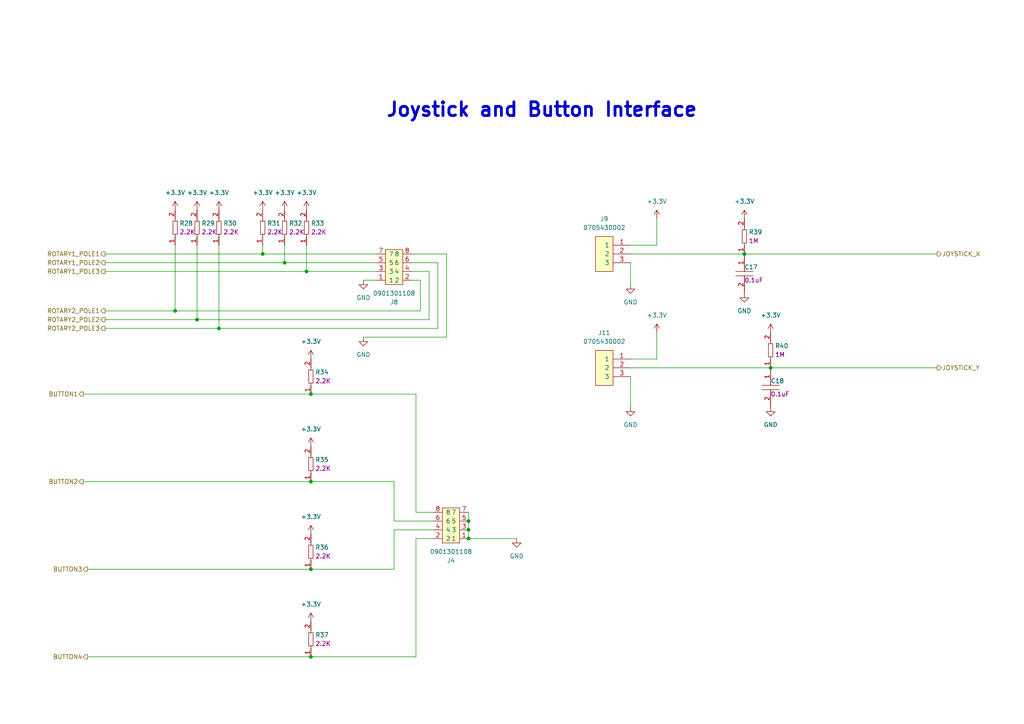
<source format=kicad_sch>
(kicad_sch (version 20231120) (generator "eeschema") (generator_version "8.0")
  (paper "A4")
  (lib_symbols
    (symbol "AVR-KiCAD-Lib-Capacitors:C0402C104K9PACTU" (pin_names (offset 1.016))
      (property "Reference" "C" (at -2.54 2.54 0))
      (property "_Value_" "0.1uF" (at 58.42 63.5 0))
      (symbol "C0402C104K9PACTU_1_1"
        (polyline (pts (xy 0 2.54) (xy 0 -2.54)))
        (polyline (pts (xy 1.27 2.54) (xy 1.27 -2.54)))
        (pin input line (at -5.08 0 0) (length 5.08) (name "~") (number "1"))
        (pin input line (at 6.35 0 180) (length 5.08) (name "~") (number "2"))
      )
    )
    (symbol "AVR-KiCAD-Lib-Connectors:0705430002" (pin_names (offset 1.016))
      (property "Reference" "J" (at -2.54 2.54 0))
      (property "Value" "0705430002" (at 1.27 5.08 0))
      (symbol "0705430002_0_1"
        (rectangle (start 0 0) (end 5.08 -10.16) (fill (type background)))
      )
      (symbol "0705430002_1_1"
        (pin passive line (at -5.08 -2.54 0) (length 5.08) (name "1") (number "1"))
        (pin passive line (at -5.08 -5.08 0) (length 5.08) (name "2") (number "2"))
        (pin passive line (at -5.08 -7.62 0) (length 5.08) (name "3") (number "3"))
      )
    )
    (symbol "AVR-KiCAD-Lib-Connectors:0901301108" (pin_names (offset 1.016))
      (property "Reference" "J" (at 0.508 11.176 0))
      (property "Value" "0901301108" (at 5.842 -1.016 0))
      (symbol "0901301108_1_1"
        (rectangle (start 0 10.16) (end 5.08 0) (fill (type background)))
        (pin passive line (at -2.54 8.89 0) (length 2.54) (name "1") (number "1"))
        (pin passive line (at 7.62 8.89 180) (length 2.54) (name "2") (number "2"))
        (pin passive line (at -2.54 6.35 0) (length 2.54) (name "3") (number "3"))
        (pin passive line (at 7.62 6.35 180) (length 2.54) (name "4") (number "4"))
        (pin passive line (at -2.54 3.81 0) (length 2.54) (name "5") (number "5"))
        (pin passive line (at 7.62 3.81 180) (length 2.54) (name "6") (number "6"))
        (pin passive line (at -2.54 1.27 0) (length 2.54) (name "7") (number "7"))
        (pin passive line (at 7.62 1.27 180) (length 2.54) (name "8") (number "8"))
      )
    )
    (symbol "AVR-KiCAD-Lib-Resistors:RC0402FR-072K2L" (pin_names (offset 1.016))
      (property "Reference" "R" (at -2.54 2.54 0))
      (property "Value" "RC0402FR-072K2L" (at 1.27 5.08 0))
      (property "_Value_" "2.2K" (at 58.42 63.5 0))
      (symbol "RC0402FR-072K2L_0_1"
        (rectangle (start -1.905 0.635) (end 1.905 -0.635))
        (polyline (pts (xy -2.54 0) (xy -1.905 0)))
        (polyline (pts (xy -1.905 0) (xy -1.905 0)))
        (polyline (pts (xy 1.905 0) (xy 1.905 0)))
        (polyline (pts (xy 2.54 0) (xy 1.905 0)))
      )
      (symbol "RC0402FR-072K2L_1_1"
        (pin passive line (at -5.08 0 0) (length 2.5146) (name "~") (number "1"))
        (pin passive line (at 5.08 0 180) (length 2.5146) (name "~") (number "2"))
      )
    )
    (symbol "AVR-KiCAD-Lib-Resistors:RT0603BRD071ML" (pin_names (offset 1.016))
      (property "Reference" "R" (at -2.54 2.54 0))
      (property "Value" "RT0603BRD071ML" (at 1.27 5.08 0))
      (property "_Value_" "1M" (at 58.42 63.5 0))
      (symbol "RT0603BRD071ML_0_1"
        (rectangle (start -1.905 0.635) (end 1.905 -0.635))
        (polyline (pts (xy -2.54 0) (xy -1.905 0)))
        (polyline (pts (xy -1.905 0) (xy -1.905 0)))
        (polyline (pts (xy 1.905 0) (xy 1.905 0)))
        (polyline (pts (xy 2.54 0) (xy 1.905 0)))
      )
      (symbol "RT0603BRD071ML_1_1"
        (pin passive line (at -5.08 0 0) (length 2.5146) (name "~") (number "1"))
        (pin passive line (at 5.08 0 180) (length 2.5146) (name "~") (number "2"))
      )
    )
    (symbol "power:+3.3V" (power) (pin_names (offset 0))
      (property "Value" "+3.3V" (at 0 3.556 0))
      (symbol "+3.3V_0_1"
        (polyline (pts (xy -0.762 1.27) (xy 0 2.54)))
        (polyline (pts (xy 0 0) (xy 0 2.54)))
        (polyline (pts (xy 0 2.54) (xy 0.762 1.27)))
      )
      (symbol "+3.3V_1_1"
        (pin power_in line (at 0 0 90) (length 0) hide (name "+3.3V") (number "1"))
      )
    )
    (symbol "power:GND" (power) (pin_names (offset 0))
      (property "Value" "GND" (at 0 -3.81 0))
      (symbol "GND_0_1"
        (polyline (pts (xy 0 0) (xy 0 -1.27) (xy 1.27 -1.27) (xy 0 -2.54) (xy -1.27 -1.27) (xy 0 -1.27)))
      )
      (symbol "GND_1_1"
        (pin power_in line (at 0 0 270) (length 0) hide (name "GND") (number "1"))
      )
    )
  )
  (junction (at 215.9 73.66))
  (junction (at 135.89 156.21))
  (junction (at 135.89 151.13))
  (junction (at 135.89 153.67))
  (junction (at 90.17 190.5))
  (junction (at 90.17 139.7))
  (junction (at 88.9 78.74))
  (junction (at 223.52 106.68))
  (junction (at 57.15 92.71))
  (junction (at 76.2 73.66))
  (junction (at 82.55 76.2))
  (junction (at 63.5 95.25))
  (junction (at 50.8 90.17))
  (junction (at 90.17 114.3))
  (junction (at 90.17 165.1))
  (wire (pts (xy 121.92 81.28) (xy 121.92 90.17)))
  (wire (pts (xy 120.65 148.59) (xy 125.73 148.59)))
  (wire (pts (xy 63.5 95.25) (xy 127 95.25)))
  (wire (pts (xy 120.65 156.21) (xy 125.73 156.21)))
  (wire (pts (xy 88.9 71.12) (xy 88.9 78.74)))
  (wire (pts (xy 114.3 153.67) (xy 125.73 153.67)))
  (wire (pts (xy 135.89 153.67) (xy 135.89 156.21)))
  (wire (pts (xy 114.3 151.13) (xy 125.73 151.13)))
  (wire (pts (xy 30.48 90.17) (xy 50.8 90.17)))
  (wire (pts (xy 90.17 190.5) (xy 120.65 190.5)))
  (wire (pts (xy 82.55 76.2) (xy 109.22 76.2)))
  (wire (pts (xy 105.41 97.79) (xy 129.54 97.79)))
  (wire (pts (xy 182.88 109.22) (xy 182.88 118.11)))
  (wire (pts (xy 57.15 92.71) (xy 124.46 92.71)))
  (wire (pts (xy 90.17 165.1) (xy 114.3 165.1)))
  (wire (pts (xy 190.5 71.12) (xy 182.88 71.12)))
  (wire (pts (xy 24.13 114.3) (xy 90.17 114.3)))
  (wire (pts (xy 63.5 71.12) (xy 63.5 95.25)))
  (wire (pts (xy 190.5 96.52) (xy 190.5 104.14)))
  (wire (pts (xy 76.2 71.12) (xy 76.2 73.66)))
  (wire (pts (xy 30.48 76.2) (xy 82.55 76.2)))
  (wire (pts (xy 76.2 73.66) (xy 109.22 73.66)))
  (wire (pts (xy 24.13 139.7) (xy 90.17 139.7)))
  (wire (pts (xy 82.55 71.12) (xy 82.55 76.2)))
  (wire (pts (xy 271.78 73.66) (xy 215.9 73.66)))
  (wire (pts (xy 190.5 63.5) (xy 190.5 71.12)))
  (wire (pts (xy 190.5 104.14) (xy 182.88 104.14)))
  (wire (pts (xy 135.89 156.21) (xy 149.86 156.21)))
  (wire (pts (xy 114.3 165.1) (xy 114.3 153.67)))
  (wire (pts (xy 57.15 71.12) (xy 57.15 92.71)))
  (wire (pts (xy 50.8 71.12) (xy 50.8 90.17)))
  (wire (pts (xy 30.48 73.66) (xy 76.2 73.66)))
  (wire (pts (xy 182.88 106.68) (xy 223.52 106.68)))
  (wire (pts (xy 120.65 190.5) (xy 120.65 156.21)))
  (wire (pts (xy 30.48 92.71) (xy 57.15 92.71)))
  (wire (pts (xy 30.48 78.74) (xy 88.9 78.74)))
  (wire (pts (xy 215.9 73.66) (xy 182.88 73.66)))
  (wire (pts (xy 135.89 148.59) (xy 135.89 151.13)))
  (wire (pts (xy 135.89 151.13) (xy 135.89 153.67)))
  (wire (pts (xy 25.4 165.1) (xy 90.17 165.1)))
  (wire (pts (xy 88.9 78.74) (xy 109.22 78.74)))
  (wire (pts (xy 25.4 190.5) (xy 90.17 190.5)))
  (wire (pts (xy 121.92 81.28) (xy 119.38 81.28)))
  (wire (pts (xy 129.54 97.79) (xy 129.54 73.66)))
  (wire (pts (xy 124.46 92.71) (xy 124.46 78.74)))
  (wire (pts (xy 120.65 114.3) (xy 120.65 148.59)))
  (wire (pts (xy 30.48 95.25) (xy 63.5 95.25)))
  (wire (pts (xy 182.88 76.2) (xy 182.88 82.55)))
  (wire (pts (xy 129.54 73.66) (xy 119.38 73.66)))
  (wire (pts (xy 127 95.25) (xy 127 76.2)))
  (wire (pts (xy 127 76.2) (xy 119.38 76.2)))
  (wire (pts (xy 50.8 90.17) (xy 121.92 90.17)))
  (wire (pts (xy 90.17 114.3) (xy 120.65 114.3)))
  (wire (pts (xy 114.3 139.7) (xy 114.3 151.13)))
  (wire (pts (xy 271.78 106.68) (xy 223.52 106.68)))
  (wire (pts (xy 124.46 78.74) (xy 119.38 78.74)))
  (wire (pts (xy 105.41 81.28) (xy 109.22 81.28)))
  (wire (pts (xy 90.17 139.7) (xy 114.3 139.7)))
  (text "Joystick and Button Interface" (at 111.76 34.29 0) (effects (font (size 4 4) (thickness 0.8) (bold yes)) (justify left bottom)))
  (hierarchical_label "ROTARY2_POLE3" (shape output) (at 30.48 95.25 180))
  (hierarchical_label "ROTARY2_POLE1" (shape output) (at 30.48 90.17 180))
  (hierarchical_label "ROTARY1_POLE3" (shape output) (at 30.48 78.74 180))
  (hierarchical_label "BUTTON3" (shape output) (at 25.4 165.1 180))
  (hierarchical_label "BUTTON2" (shape output) (at 24.13 139.7 180))
  (hierarchical_label "JOYSTICK_X" (shape output) (at 271.78 73.66 0))
  (hierarchical_label "ROTARY1_POLE2" (shape output) (at 30.48 76.2 180))
  (hierarchical_label "ROTARY1_POLE1" (shape output) (at 30.48 73.66 180))
  (hierarchical_label "JOYSTICK_Y" (shape output) (at 271.78 106.68 0))
  (hierarchical_label "BUTTON1" (shape output) (at 24.13 114.3 180))
  (hierarchical_label "ROTARY2_POLE2" (shape output) (at 30.48 92.71 180))
  (hierarchical_label "BUTTON4" (shape output) (at 25.4 190.5 180))
  (symbol (lib_id "AVR-KiCAD-Lib-Resistors:RC0402FR-072K2L") (at 76.2 66.04 90) (unit 1)
    (property "Reference" "R31" (at 77.47 64.7699 90) (effects (justify right)))
    (property "Value" "RC0402FR-072K2L" (effects (hide yes)))
    (property "Footprint" "AVR-KiCAD-Lib-Resistors:R0402" (effects (hide yes)))
    (property "Datasheet" "https://www.yageo.com/upload/media/product/products/datasheet/rchip/PYu-RC_Group_51_RoHS_L_12.pdf" (effects (hide yes)))
    (property "Description" "2.2 kOhms ±1% 0.063W, 1/16W Chip Resistor 0402 (1005 Metric) Moisture Resistant Thick Film" (effects (hide yes)))
    (property "Cost QTY: 1" "0.10000" (effects (hide yes)))
    (property "Cost QTY: 1000" "0.00417" (effects (hide yes)))
    (property "Cost QTY: 2500" "*" (effects (hide yes)))
    (property "Cost QTY: 5000" "0.00297" (effects (hide yes)))
    (property "Cost QTY: 10000" "0.00261" (effects (hide yes)))
    (property "MFR" "YAGEO" (effects (hide yes)))
    (property "MFR#" "RC0402FR-072K2L" (effects (hide yes)))
    (property "Vendor" "Digikey" (effects (hide yes)))
    (property "Vendor #" "311-2.20KLRTR-ND" (effects (hide yes)))
    (property "Designer" "Adam Vadala-Roth" (effects (hide yes)))
    (property "Height" "0.55mm" (effects (hide yes)))
    (property "Date Created" "3/8/2024" (effects (hide yes)))
    (property "Date Modified" "3/8/2024" (effects (hide yes)))
    (property "Lead-Free ?" "Yes" (effects (hide yes)))
    (property "RoHS Levels" "1" (effects (hide yes)))
    (property "Mounting" "SMT" (effects (hide yes)))
    (property "Pin Count #" "2" (effects (hide yes)))
    (property "Status" "Active" (effects (hide yes)))
    (property "Tolerance" "1%" (effects (hide yes)))
    (property "Type" "Resistor" (effects (hide yes)))
    (property "Voltage" "N/A" (effects (hide yes)))
    (property "Package" "0402" (effects (hide yes)))
    (property "_Value_" "2.2K" (at 77.47 67.3099 90) (effects (justify right)))
    (property "Management_ID" "*" (effects (hide yes)))
  )
  (symbol (lib_id "power:+3.3V") (at 50.8 60.96 0) (mirror y) (unit 1)
    (property "Reference" "#PWR048" (effects (hide yes)))
    (property "Value" "+3.3V" (at 50.8 55.88 0))
  )
  (symbol (lib_id "power:+3.3V") (at 82.55 60.96 0) (mirror y) (unit 1)
    (property "Reference" "#PWR052" (effects (hide yes)))
    (property "Value" "+3.3V" (at 82.55 55.88 0))
  )
  (symbol (lib_id "power:GND") (at 182.88 118.11 0) (mirror y) (unit 1)
    (property "Reference" "#PWR063" (effects (hide yes)))
    (property "Value" "GND" (at 182.88 123.19 0))
  )
  (symbol (lib_id "power:+3.3V") (at 215.9 63.5 0) (mirror y) (unit 1)
    (property "Reference" "#PWR073" (effects (hide yes)))
    (property "Value" "+3.3V" (at 215.9 58.42 0))
  )
  (symbol (lib_id "power:GND") (at 149.86 156.21 0) (mirror y) (unit 1)
    (property "Reference" "#PWR021" (effects (hide yes)))
    (property "Value" "GND" (at 149.86 161.29 0))
  )
  (symbol (lib_id "power:GND") (at 223.52 118.11 0) (mirror y) (unit 1)
    (property "Reference" "#PWR028" (effects (hide yes)))
    (property "Value" "GND" (at 223.52 123.19 0))
  )
  (symbol (lib_id "AVR-KiCAD-Lib-Resistors:RT0603BRD071ML") (at 215.9 68.58 90) (unit 1)
    (property "Reference" "R39" (at 217.17 67.3099 90) (effects (justify right)))
    (property "Value" "RT0603BRD071ML" (effects (hide yes)))
    (property "Footprint" "AVR-KiCAD-Lib-Resistors:R0603" (effects (hide yes)))
    (property "Datasheet" "https://www.yageo.com/upload/media/product/app/datasheet/rchip/pyu-rt_1-to-0.01_rohs_l.pdf" (effects (hide yes)))
    (property "Description" "RES SMD 1M OHM 0.1% 1/10W 0603" (effects (hide yes)))
    (property "Cost QTY: 1" "0.13000" (effects (hide yes)))
    (property "Cost QTY: 1000" "0.04943" (effects (hide yes)))
    (property "Cost QTY: 2500" "*" (effects (hide yes)))
    (property "Cost QTY: 5000" "0.03679" (effects (hide yes)))
    (property "Cost QTY: 10000" "0.03224" (effects (hide yes)))
    (property "MFR" "YAGEO" (effects (hide yes)))
    (property "MFR#" "RT0603BRD071ML" (effects (hide yes)))
    (property "Vendor" "Digikey" (effects (hide yes)))
    (property "Vendor #" "YAG4498TR-ND" (effects (hide yes)))
    (property "Designer" "Adam Vadala-Roth" (effects (hide yes)))
    (property "Height" "0.55mm" (effects (hide yes)))
    (property "Date Created" "3/8/2024" (effects (hide yes)))
    (property "Date Modified" "3/8/2024" (effects (hide yes)))
    (property "Lead-Free ?" "Yes" (effects (hide yes)))
    (property "RoHS Levels" "1" (effects (hide yes)))
    (property "Mounting" "SMT" (effects (hide yes)))
    (property "Pin Count #" "2" (effects (hide yes)))
    (property "Status" "Active" (effects (hide yes)))
    (property "Tolerance" "1%" (effects (hide yes)))
    (property "Type" "Resistor" (effects (hide yes)))
    (property "Voltage" "N/A" (effects (hide yes)))
    (property "Package" "0603" (effects (hide yes)))
    (property "_Value_" "1M" (at 217.17 69.8499 90) (effects (justify right)))
    (property "Management_ID" "*" (effects (hide yes)))
  )
  (symbol (lib_id "AVR-KiCAD-Lib-Resistors:RC0402FR-072K2L") (at 82.55 66.04 90) (unit 1)
    (property "Reference" "R32" (at 83.82 64.7699 90) (effects (justify right)))
    (property "Value" "RC0402FR-072K2L" (effects (hide yes)))
    (property "Footprint" "AVR-KiCAD-Lib-Resistors:R0402" (effects (hide yes)))
    (property "Datasheet" "https://www.yageo.com/upload/media/product/products/datasheet/rchip/PYu-RC_Group_51_RoHS_L_12.pdf" (effects (hide yes)))
    (property "Description" "2.2 kOhms ±1% 0.063W, 1/16W Chip Resistor 0402 (1005 Metric) Moisture Resistant Thick Film" (effects (hide yes)))
    (property "Cost QTY: 1" "0.10000" (effects (hide yes)))
    (property "Cost QTY: 1000" "0.00417" (effects (hide yes)))
    (property "Cost QTY: 2500" "*" (effects (hide yes)))
    (property "Cost QTY: 5000" "0.00297" (effects (hide yes)))
    (property "Cost QTY: 10000" "0.00261" (effects (hide yes)))
    (property "MFR" "YAGEO" (effects (hide yes)))
    (property "MFR#" "RC0402FR-072K2L" (effects (hide yes)))
    (property "Vendor" "Digikey" (effects (hide yes)))
    (property "Vendor #" "311-2.20KLRTR-ND" (effects (hide yes)))
    (property "Designer" "Adam Vadala-Roth" (effects (hide yes)))
    (property "Height" "0.55mm" (effects (hide yes)))
    (property "Date Created" "3/8/2024" (effects (hide yes)))
    (property "Date Modified" "3/8/2024" (effects (hide yes)))
    (property "Lead-Free ?" "Yes" (effects (hide yes)))
    (property "RoHS Levels" "1" (effects (hide yes)))
    (property "Mounting" "SMT" (effects (hide yes)))
    (property "Pin Count #" "2" (effects (hide yes)))
    (property "Status" "Active" (effects (hide yes)))
    (property "Tolerance" "1%" (effects (hide yes)))
    (property "Type" "Resistor" (effects (hide yes)))
    (property "Voltage" "N/A" (effects (hide yes)))
    (property "Package" "0402" (effects (hide yes)))
    (property "_Value_" "2.2K" (at 83.82 67.3099 90) (effects (justify right)))
    (property "Management_ID" "*" (effects (hide yes)))
  )
  (symbol (lib_id "power:+3.3V") (at 90.17 104.14 0) (mirror y) (unit 1)
    (property "Reference" "#PWR054" (effects (hide yes)))
    (property "Value" "+3.3V" (at 90.17 99.06 0))
  )
  (symbol (lib_id "AVR-KiCAD-Lib-Resistors:RC0402FR-072K2L") (at 90.17 185.42 90) (unit 1)
    (property "Reference" "R37" (at 91.44 184.1499 90) (effects (justify right)))
    (property "Value" "RC0402FR-072K2L" (effects (hide yes)))
    (property "Footprint" "AVR-KiCAD-Lib-Resistors:R0402" (effects (hide yes)))
    (property "Datasheet" "https://www.yageo.com/upload/media/product/products/datasheet/rchip/PYu-RC_Group_51_RoHS_L_12.pdf" (effects (hide yes)))
    (property "Description" "2.2 kOhms ±1% 0.063W, 1/16W Chip Resistor 0402 (1005 Metric) Moisture Resistant Thick Film" (effects (hide yes)))
    (property "Cost QTY: 1" "0.10000" (effects (hide yes)))
    (property "Cost QTY: 1000" "0.00417" (effects (hide yes)))
    (property "Cost QTY: 2500" "*" (effects (hide yes)))
    (property "Cost QTY: 5000" "0.00297" (effects (hide yes)))
    (property "Cost QTY: 10000" "0.00261" (effects (hide yes)))
    (property "MFR" "YAGEO" (effects (hide yes)))
    (property "MFR#" "RC0402FR-072K2L" (effects (hide yes)))
    (property "Vendor" "Digikey" (effects (hide yes)))
    (property "Vendor #" "311-2.20KLRTR-ND" (effects (hide yes)))
    (property "Designer" "Adam Vadala-Roth" (effects (hide yes)))
    (property "Height" "0.55mm" (effects (hide yes)))
    (property "Date Created" "3/8/2024" (effects (hide yes)))
    (property "Date Modified" "3/8/2024" (effects (hide yes)))
    (property "Lead-Free ?" "Yes" (effects (hide yes)))
    (property "RoHS Levels" "1" (effects (hide yes)))
    (property "Mounting" "SMT" (effects (hide yes)))
    (property "Pin Count #" "2" (effects (hide yes)))
    (property "Status" "Active" (effects (hide yes)))
    (property "Tolerance" "1%" (effects (hide yes)))
    (property "Type" "Resistor" (effects (hide yes)))
    (property "Voltage" "N/A" (effects (hide yes)))
    (property "Package" "0402" (effects (hide yes)))
    (property "_Value_" "2.2K" (at 91.44 186.6899 90) (effects (justify right)))
    (property "Management_ID" "*" (effects (hide yes)))
  )
  (symbol (lib_id "power:GND") (at 105.41 97.79 0) (mirror y) (unit 1)
    (property "Reference" "#PWR059" (effects (hide yes)))
    (property "Value" "GND" (at 105.41 102.87 0))
  )
  (symbol (lib_id "power:+3.3V") (at 190.5 96.52 0) (mirror y) (unit 1)
    (property "Reference" "#PWR062" (effects (hide yes)))
    (property "Value" "+3.3V" (at 190.5 91.44 0))
  )
  (symbol (lib_id "AVR-KiCAD-Lib-Connectors:0901301108") (at 133.35 147.32 180) (unit 1)
    (property "Reference" "J4" (at 130.81 162.56 0))
    (property "Value" "0901301108" (at 130.81 160.02 0))
    (property "Footprint" "AVR-KiCAD-Lib-Connectors:CON_901301108_MOL" (effects (hide yes)))
    (property "Datasheet" "https://www.molex.com/content/dam/molex/molex-dot-com/products/automated/en-us/salesdrawingpdf/901/90130/901301108_sd.pdf?inline" (effects (hide yes)))
    (property "Description" "Connector Header Through Hole 8 position 0.100\" (2.54mm)" (effects (hide yes)))
    (property "Cost QTY: 1" "1.83000" (effects (hide yes)))
    (property "Cost QTY: 1000" "1.01505" (effects (hide yes)))
    (property "Cost QTY: 2500" "*" (effects (hide yes)))
    (property "Cost QTY: 5000" "0.90001" (effects (hide yes)))
    (property "Cost QTY: 10000" "0.87971" (effects (hide yes)))
    (property "MFR" "Molex" (effects (hide yes)))
    (property "MFR#" "0901301108" (effects (hide yes)))
    (property "Vendor" "Digikey" (effects (hide yes)))
    (property "Vendor #" "WM8234-ND" (effects (hide yes)))
    (property "Designer" "Adam Vadala-Roth" (effects (hide yes)))
    (property "Height" "10.90mm" (effects (hide yes)))
    (property "Date Created" "8/12/2024" (effects (hide yes)))
    (property "Date Modified" "8/12/2024" (effects (hide yes)))
    (property "Lead-Free ?" "Yes" (effects (hide yes)))
    (property "RoHS Levels" "1" (effects (hide yes)))
    (property "Mounting" "ThroughHole" (effects (hide yes)))
    (property "Pin Count #" "8" (effects (hide yes)))
    (property "Status" "Active" (effects (hide yes)))
    (property "Tolerance" "*" (effects (hide yes)))
    (property "Type" "Connector" (effects (hide yes)))
    (property "Voltage" "*" (effects (hide yes)))
    (property "Package" "*" (effects (hide yes)))
    (property "_Value_" "0901301108" (effects (hide yes)))
    (property "Management_ID" "*" (effects (hide yes)))
  )
  (symbol (lib_id "AVR-KiCAD-Lib-Resistors:RC0402FR-072K2L") (at 57.15 66.04 90) (unit 1)
    (property "Reference" "R29" (at 58.42 64.7699 90) (effects (justify right)))
    (property "Value" "RC0402FR-072K2L" (effects (hide yes)))
    (property "Footprint" "AVR-KiCAD-Lib-Resistors:R0402" (effects (hide yes)))
    (property "Datasheet" "https://www.yageo.com/upload/media/product/products/datasheet/rchip/PYu-RC_Group_51_RoHS_L_12.pdf" (effects (hide yes)))
    (property "Description" "2.2 kOhms ±1% 0.063W, 1/16W Chip Resistor 0402 (1005 Metric) Moisture Resistant Thick Film" (effects (hide yes)))
    (property "Cost QTY: 1" "0.10000" (effects (hide yes)))
    (property "Cost QTY: 1000" "0.00417" (effects (hide yes)))
    (property "Cost QTY: 2500" "*" (effects (hide yes)))
    (property "Cost QTY: 5000" "0.00297" (effects (hide yes)))
    (property "Cost QTY: 10000" "0.00261" (effects (hide yes)))
    (property "MFR" "YAGEO" (effects (hide yes)))
    (property "MFR#" "RC0402FR-072K2L" (effects (hide yes)))
    (property "Vendor" "Digikey" (effects (hide yes)))
    (property "Vendor #" "311-2.20KLRTR-ND" (effects (hide yes)))
    (property "Designer" "Adam Vadala-Roth" (effects (hide yes)))
    (property "Height" "0.55mm" (effects (hide yes)))
    (property "Date Created" "3/8/2024" (effects (hide yes)))
    (property "Date Modified" "3/8/2024" (effects (hide yes)))
    (property "Lead-Free ?" "Yes" (effects (hide yes)))
    (property "RoHS Levels" "1" (effects (hide yes)))
    (property "Mounting" "SMT" (effects (hide yes)))
    (property "Pin Count #" "2" (effects (hide yes)))
    (property "Status" "Active" (effects (hide yes)))
    (property "Tolerance" "1%" (effects (hide yes)))
    (property "Type" "Resistor" (effects (hide yes)))
    (property "Voltage" "N/A" (effects (hide yes)))
    (property "Package" "0402" (effects (hide yes)))
    (property "_Value_" "2.2K" (at 58.42 67.3099 90) (effects (justify right)))
    (property "Management_ID" "*" (effects (hide yes)))
  )
  (symbol (lib_id "AVR-KiCAD-Lib-Resistors:RC0402FR-072K2L") (at 88.9 66.04 90) (unit 1)
    (property "Reference" "R33" (at 90.17 64.7699 90) (effects (justify right)))
    (property "Value" "RC0402FR-072K2L" (effects (hide yes)))
    (property "Footprint" "AVR-KiCAD-Lib-Resistors:R0402" (effects (hide yes)))
    (property "Datasheet" "https://www.yageo.com/upload/media/product/products/datasheet/rchip/PYu-RC_Group_51_RoHS_L_12.pdf" (effects (hide yes)))
    (property "Description" "2.2 kOhms ±1% 0.063W, 1/16W Chip Resistor 0402 (1005 Metric) Moisture Resistant Thick Film" (effects (hide yes)))
    (property "Cost QTY: 1" "0.10000" (effects (hide yes)))
    (property "Cost QTY: 1000" "0.00417" (effects (hide yes)))
    (property "Cost QTY: 2500" "*" (effects (hide yes)))
    (property "Cost QTY: 5000" "0.00297" (effects (hide yes)))
    (property "Cost QTY: 10000" "0.00261" (effects (hide yes)))
    (property "MFR" "YAGEO" (effects (hide yes)))
    (property "MFR#" "RC0402FR-072K2L" (effects (hide yes)))
    (property "Vendor" "Digikey" (effects (hide yes)))
    (property "Vendor #" "311-2.20KLRTR-ND" (effects (hide yes)))
    (property "Designer" "Adam Vadala-Roth" (effects (hide yes)))
    (property "Height" "0.55mm" (effects (hide yes)))
    (property "Date Created" "3/8/2024" (effects (hide yes)))
    (property "Date Modified" "3/8/2024" (effects (hide yes)))
    (property "Lead-Free ?" "Yes" (effects (hide yes)))
    (property "RoHS Levels" "1" (effects (hide yes)))
    (property "Mounting" "SMT" (effects (hide yes)))
    (property "Pin Count #" "2" (effects (hide yes)))
    (property "Status" "Active" (effects (hide yes)))
    (property "Tolerance" "1%" (effects (hide yes)))
    (property "Type" "Resistor" (effects (hide yes)))
    (property "Voltage" "N/A" (effects (hide yes)))
    (property "Package" "0402" (effects (hide yes)))
    (property "_Value_" "2.2K" (at 90.17 67.3099 90) (effects (justify right)))
    (property "Management_ID" "*" (effects (hide yes)))
  )
  (symbol (lib_id "power:GND") (at 105.41 81.28 0) (mirror y) (unit 1)
    (property "Reference" "#PWR058" (effects (hide yes)))
    (property "Value" "GND" (at 105.41 86.36 0))
  )
  (symbol (lib_id "power:+3.3V") (at 90.17 180.34 0) (mirror y) (unit 1)
    (property "Reference" "#PWR057" (effects (hide yes)))
    (property "Value" "+3.3V" (at 90.17 175.26 0))
  )
  (symbol (lib_id "AVR-KiCAD-Lib-Connectors:0901301108") (at 111.76 72.39 0) (mirror x) (unit 1)
    (property "Reference" "J8" (at 114.3 87.63 0))
    (property "Value" "0901301108" (at 114.3 85.09 0))
    (property "Footprint" "AVR-KiCAD-Lib-Connectors:CON_901301108_MOL" (effects (hide yes)))
    (property "Datasheet" "https://www.molex.com/content/dam/molex/molex-dot-com/products/automated/en-us/salesdrawingpdf/901/90130/901301108_sd.pdf?inline" (effects (hide yes)))
    (property "Description" "Connector Header Through Hole 8 position 0.100\" (2.54mm)" (effects (hide yes)))
    (property "Cost QTY: 1" "1.83000" (effects (hide yes)))
    (property "Cost QTY: 1000" "1.01505" (effects (hide yes)))
    (property "Cost QTY: 2500" "*" (effects (hide yes)))
    (property "Cost QTY: 5000" "0.90001" (effects (hide yes)))
    (property "Cost QTY: 10000" "0.87971" (effects (hide yes)))
    (property "MFR" "Molex" (effects (hide yes)))
    (property "MFR#" "0901301108" (effects (hide yes)))
    (property "Vendor" "Digikey" (effects (hide yes)))
    (property "Vendor #" "WM8234-ND" (effects (hide yes)))
    (property "Designer" "Adam Vadala-Roth" (effects (hide yes)))
    (property "Height" "10.90mm" (effects (hide yes)))
    (property "Date Created" "8/12/2024" (effects (hide yes)))
    (property "Date Modified" "8/12/2024" (effects (hide yes)))
    (property "Lead-Free ?" "Yes" (effects (hide yes)))
    (property "RoHS Levels" "1" (effects (hide yes)))
    (property "Mounting" "ThroughHole" (effects (hide yes)))
    (property "Pin Count #" "8" (effects (hide yes)))
    (property "Status" "Active" (effects (hide yes)))
    (property "Tolerance" "*" (effects (hide yes)))
    (property "Type" "Connector" (effects (hide yes)))
    (property "Voltage" "*" (effects (hide yes)))
    (property "Package" "*" (effects (hide yes)))
    (property "_Value_" "0901301108" (effects (hide yes)))
    (property "Management_ID" "*" (effects (hide yes)))
  )
  (symbol (lib_id "AVR-KiCAD-Lib-Capacitors:C0402C104K9PACTU") (at 223.52 111.76 270) (unit 1)
    (property "Reference" "C18" (at 223.52 110.49 90) (effects (justify left)))
    (property "Value" "C0402C104K9PACTU" (effects (hide yes)))
    (property "Footprint" "AVR-KiCAD-Lib-Resistors:R0402" (effects (hide yes)))
    (property "Datasheet" "https://content.kemet.com/datasheets/KEM_C1006_X5R_SMD.pdf" (effects (hide yes)))
    (property "Description" "0.1µF ±10% 6.3V Ceramic Capacitor X5R 0402 (1005 Metric)" (effects (hide yes)))
    (property "Cost QTY: 1" "0.10000" (effects (hide yes)))
    (property "Cost QTY: 1000" "0.01139" (effects (hide yes)))
    (property "Cost QTY: 2500" "0.01035" (effects (hide yes)))
    (property "Cost QTY: 5000" "0.00952" (effects (hide yes)))
    (property "Cost QTY: 10000" "0.00756" (effects (hide yes)))
    (property "MFR" "KEMET" (effects (hide yes)))
    (property "MFR#" "C0402C104K9PACTU" (effects (hide yes)))
    (property "Vendor" "Digikey" (effects (hide yes)))
    (property "Vendor #" "399-3026-6-ND" (effects (hide yes)))
    (property "Designer" "AVR" (effects (hide yes)))
    (property "Height" "0.55mm" (effects (hide yes)))
    (property "Date Created" "12/7/2019" (effects (hide yes)))
    (property "Date Modified" "12/7/2019" (effects (hide yes)))
    (property "Lead-Free ?" "Yes" (effects (hide yes)))
    (property "RoHS Levels" "1" (effects (hide yes)))
    (property "Mounting" "SMT" (effects (hide yes)))
    (property "Pin Count #" "2" (effects (hide yes)))
    (property "Status" "Active" (effects (hide yes)))
    (property "Tolerance" "10%" (effects (hide yes)))
    (property "Type" "Ceramic Cap" (effects (hide yes)))
    (property "Voltage" "6.3V" (effects (hide yes)))
    (property "Package" "0402" (effects (hide yes)))
    (property "_Value_" "0.1uF" (at 223.52 114.3 90) (effects (justify left)))
    (property "Management_ID" "*" (effects (hide yes)))
  )
  (symbol (lib_id "power:+3.3V") (at 90.17 129.54 0) (mirror y) (unit 1)
    (property "Reference" "#PWR055" (effects (hide yes)))
    (property "Value" "+3.3V" (at 90.17 124.46 0))
  )
  (symbol (lib_id "power:+3.3V") (at 88.9 60.96 0) (mirror y) (unit 1)
    (property "Reference" "#PWR053" (effects (hide yes)))
    (property "Value" "+3.3V" (at 88.9 55.88 0))
  )
  (symbol (lib_id "power:+3.3V") (at 223.52 96.52 0) (mirror y) (unit 1)
    (property "Reference" "#PWR074" (effects (hide yes)))
    (property "Value" "+3.3V" (at 223.52 91.44 0))
  )
  (symbol (lib_id "power:GND") (at 182.88 82.55 0) (mirror y) (unit 1)
    (property "Reference" "#PWR061" (effects (hide yes)))
    (property "Value" "GND" (at 182.88 87.63 0))
  )
  (symbol (lib_id "power:+3.3V") (at 76.2 60.96 0) (mirror y) (unit 1)
    (property "Reference" "#PWR051" (effects (hide yes)))
    (property "Value" "+3.3V" (at 76.2 55.88 0))
  )
  (symbol (lib_id "power:+3.3V") (at 63.5 60.96 0) (mirror y) (unit 1)
    (property "Reference" "#PWR050" (effects (hide yes)))
    (property "Value" "+3.3V" (at 63.5 55.88 0))
  )
  (symbol (lib_id "AVR-KiCAD-Lib-Resistors:RC0402FR-072K2L") (at 90.17 134.62 90) (unit 1)
    (property "Reference" "R35" (at 91.44 133.3499 90) (effects (justify right)))
    (property "Value" "RC0402FR-072K2L" (effects (hide yes)))
    (property "Footprint" "AVR-KiCAD-Lib-Resistors:R0402" (effects (hide yes)))
    (property "Datasheet" "https://www.yageo.com/upload/media/product/products/datasheet/rchip/PYu-RC_Group_51_RoHS_L_12.pdf" (effects (hide yes)))
    (property "Description" "2.2 kOhms ±1% 0.063W, 1/16W Chip Resistor 0402 (1005 Metric) Moisture Resistant Thick Film" (effects (hide yes)))
    (property "Cost QTY: 1" "0.10000" (effects (hide yes)))
    (property "Cost QTY: 1000" "0.00417" (effects (hide yes)))
    (property "Cost QTY: 2500" "*" (effects (hide yes)))
    (property "Cost QTY: 5000" "0.00297" (effects (hide yes)))
    (property "Cost QTY: 10000" "0.00261" (effects (hide yes)))
    (property "MFR" "YAGEO" (effects (hide yes)))
    (property "MFR#" "RC0402FR-072K2L" (effects (hide yes)))
    (property "Vendor" "Digikey" (effects (hide yes)))
    (property "Vendor #" "311-2.20KLRTR-ND" (effects (hide yes)))
    (property "Designer" "Adam Vadala-Roth" (effects (hide yes)))
    (property "Height" "0.55mm" (effects (hide yes)))
    (property "Date Created" "3/8/2024" (effects (hide yes)))
    (property "Date Modified" "3/8/2024" (effects (hide yes)))
    (property "Lead-Free ?" "Yes" (effects (hide yes)))
    (property "RoHS Levels" "1" (effects (hide yes)))
    (property "Mounting" "SMT" (effects (hide yes)))
    (property "Pin Count #" "2" (effects (hide yes)))
    (property "Status" "Active" (effects (hide yes)))
    (property "Tolerance" "1%" (effects (hide yes)))
    (property "Type" "Resistor" (effects (hide yes)))
    (property "Voltage" "N/A" (effects (hide yes)))
    (property "Package" "0402" (effects (hide yes)))
    (property "_Value_" "2.2K" (at 91.44 135.8899 90) (effects (justify right)))
    (property "Management_ID" "*" (effects (hide yes)))
  )
  (symbol (lib_id "AVR-KiCAD-Lib-Connectors:0705430002") (at 177.8 68.58 0) (mirror y) (unit 1)
    (property "Reference" "J9" (at 175.26 63.5 0))
    (property "Value" "0705430002" (at 175.26 66.04 0))
    (property "Footprint" "AVR-KiCAD-Lib-Connectors:Shrouded_Pin_Header_Straight_1x03_Pitch2.54mm" (effects (hide yes)))
    (property "Datasheet" "https://www.molex.com/pdm_docs/sd/705430001_sd.pdf" (effects (hide yes)))
    (property "Description" "Connector Header Through Hole 3 position 0.100\" (2.54mm)" (effects (hide yes)))
    (property "Cost QTY: 1" "0.92000" (effects (hide yes)))
    (property "Cost QTY: 1000" "0.50512" (effects (hide yes)))
    (property "Cost QTY: 2500" "*" (effects (hide yes)))
    (property "Cost QTY: 5000" "0.44198" (effects (hide yes)))
    (property "Cost QTY: 10000" "0.41988" (effects (hide yes)))
    (property "MFR" "Molex" (effects (hide yes)))
    (property "MFR#" "0705430002" (effects (hide yes)))
    (property "Vendor" "Digikey" (effects (hide yes)))
    (property "Vendor #" "WM4801-ND" (effects (hide yes)))
    (property "Designer" "AVR" (effects (hide yes)))
    (property "Height" "11.8mm" (effects (hide yes)))
    (property "Date Created" "6/16/2020" (effects (hide yes)))
    (property "Date Modified" "6/16/2020" (effects (hide yes)))
    (property "Lead-Free ?" "Yes" (effects (hide yes)))
    (property "RoHS Levels" "1" (effects (hide yes)))
    (property "Mounting" "ThroughHole" (effects (hide yes)))
    (property "Pin Count #" "3" (effects (hide yes)))
    (property "Status" "Active" (effects (hide yes)))
    (property "Tolerance" "*" (effects (hide yes)))
    (property "Type" "Shrouded Header" (effects (hide yes)))
    (property "Voltage" "250V" (effects (hide yes)))
    (property "Package" "*" (effects (hide yes)))
    (property "_Value_" "0705430002" (effects (hide yes)))
    (property "Management_ID" "*" (effects (hide yes)))
  )
  (symbol (lib_id "AVR-KiCAD-Lib-Resistors:RC0402FR-072K2L") (at 63.5 66.04 90) (unit 1)
    (property "Reference" "R30" (at 64.77 64.7699 90) (effects (justify right)))
    (property "Value" "RC0402FR-072K2L" (effects (hide yes)))
    (property "Footprint" "AVR-KiCAD-Lib-Resistors:R0402" (effects (hide yes)))
    (property "Datasheet" "https://www.yageo.com/upload/media/product/products/datasheet/rchip/PYu-RC_Group_51_RoHS_L_12.pdf" (effects (hide yes)))
    (property "Description" "2.2 kOhms ±1% 0.063W, 1/16W Chip Resistor 0402 (1005 Metric) Moisture Resistant Thick Film" (effects (hide yes)))
    (property "Cost QTY: 1" "0.10000" (effects (hide yes)))
    (property "Cost QTY: 1000" "0.00417" (effects (hide yes)))
    (property "Cost QTY: 2500" "*" (effects (hide yes)))
    (property "Cost QTY: 5000" "0.00297" (effects (hide yes)))
    (property "Cost QTY: 10000" "0.00261" (effects (hide yes)))
    (property "MFR" "YAGEO" (effects (hide yes)))
    (property "MFR#" "RC0402FR-072K2L" (effects (hide yes)))
    (property "Vendor" "Digikey" (effects (hide yes)))
    (property "Vendor #" "311-2.20KLRTR-ND" (effects (hide yes)))
    (property "Designer" "Adam Vadala-Roth" (effects (hide yes)))
    (property "Height" "0.55mm" (effects (hide yes)))
    (property "Date Created" "3/8/2024" (effects (hide yes)))
    (property "Date Modified" "3/8/2024" (effects (hide yes)))
    (property "Lead-Free ?" "Yes" (effects (hide yes)))
    (property "RoHS Levels" "1" (effects (hide yes)))
    (property "Mounting" "SMT" (effects (hide yes)))
    (property "Pin Count #" "2" (effects (hide yes)))
    (property "Status" "Active" (effects (hide yes)))
    (property "Tolerance" "1%" (effects (hide yes)))
    (property "Type" "Resistor" (effects (hide yes)))
    (property "Voltage" "N/A" (effects (hide yes)))
    (property "Package" "0402" (effects (hide yes)))
    (property "_Value_" "2.2K" (at 64.77 67.3099 90) (effects (justify right)))
    (property "Management_ID" "*" (effects (hide yes)))
  )
  (symbol (lib_id "power:+3.3V") (at 90.17 154.94 0) (mirror y) (unit 1)
    (property "Reference" "#PWR056" (effects (hide yes)))
    (property "Value" "+3.3V" (at 90.17 149.86 0))
  )
  (symbol (lib_id "AVR-KiCAD-Lib-Resistors:RC0402FR-072K2L") (at 50.8 66.04 90) (unit 1)
    (property "Reference" "R28" (at 52.07 64.7699 90) (effects (justify right)))
    (property "Value" "RC0402FR-072K2L" (effects (hide yes)))
    (property "Footprint" "AVR-KiCAD-Lib-Resistors:R0402" (effects (hide yes)))
    (property "Datasheet" "https://www.yageo.com/upload/media/product/products/datasheet/rchip/PYu-RC_Group_51_RoHS_L_12.pdf" (effects (hide yes)))
    (property "Description" "2.2 kOhms ±1% 0.063W, 1/16W Chip Resistor 0402 (1005 Metric) Moisture Resistant Thick Film" (effects (hide yes)))
    (property "Cost QTY: 1" "0.10000" (effects (hide yes)))
    (property "Cost QTY: 1000" "0.00417" (effects (hide yes)))
    (property "Cost QTY: 2500" "*" (effects (hide yes)))
    (property "Cost QTY: 5000" "0.00297" (effects (hide yes)))
    (property "Cost QTY: 10000" "0.00261" (effects (hide yes)))
    (property "MFR" "YAGEO" (effects (hide yes)))
    (property "MFR#" "RC0402FR-072K2L" (effects (hide yes)))
    (property "Vendor" "Digikey" (effects (hide yes)))
    (property "Vendor #" "311-2.20KLRTR-ND" (effects (hide yes)))
    (property "Designer" "Adam Vadala-Roth" (effects (hide yes)))
    (property "Height" "0.55mm" (effects (hide yes)))
    (property "Date Created" "3/8/2024" (effects (hide yes)))
    (property "Date Modified" "3/8/2024" (effects (hide yes)))
    (property "Lead-Free ?" "Yes" (effects (hide yes)))
    (property "RoHS Levels" "1" (effects (hide yes)))
    (property "Mounting" "SMT" (effects (hide yes)))
    (property "Pin Count #" "2" (effects (hide yes)))
    (property "Status" "Active" (effects (hide yes)))
    (property "Tolerance" "1%" (effects (hide yes)))
    (property "Type" "Resistor" (effects (hide yes)))
    (property "Voltage" "N/A" (effects (hide yes)))
    (property "Package" "0402" (effects (hide yes)))
    (property "_Value_" "2.2K" (at 52.07 67.3099 90) (effects (justify right)))
    (property "Management_ID" "*" (effects (hide yes)))
  )
  (symbol (lib_id "power:GND") (at 215.9 85.09 0) (mirror y) (unit 1)
    (property "Reference" "#PWR029" (effects (hide yes)))
    (property "Value" "GND" (at 215.9 90.17 0))
  )
  (symbol (lib_id "AVR-KiCAD-Lib-Resistors:RC0402FR-072K2L") (at 90.17 160.02 90) (unit 1)
    (property "Reference" "R36" (at 91.44 158.7499 90) (effects (justify right)))
    (property "Value" "RC0402FR-072K2L" (effects (hide yes)))
    (property "Footprint" "AVR-KiCAD-Lib-Resistors:R0402" (effects (hide yes)))
    (property "Datasheet" "https://www.yageo.com/upload/media/product/products/datasheet/rchip/PYu-RC_Group_51_RoHS_L_12.pdf" (effects (hide yes)))
    (property "Description" "2.2 kOhms ±1% 0.063W, 1/16W Chip Resistor 0402 (1005 Metric) Moisture Resistant Thick Film" (effects (hide yes)))
    (property "Cost QTY: 1" "0.10000" (effects (hide yes)))
    (property "Cost QTY: 1000" "0.00417" (effects (hide yes)))
    (property "Cost QTY: 2500" "*" (effects (hide yes)))
    (property "Cost QTY: 5000" "0.00297" (effects (hide yes)))
    (property "Cost QTY: 10000" "0.00261" (effects (hide yes)))
    (property "MFR" "YAGEO" (effects (hide yes)))
    (property "MFR#" "RC0402FR-072K2L" (effects (hide yes)))
    (property "Vendor" "Digikey" (effects (hide yes)))
    (property "Vendor #" "311-2.20KLRTR-ND" (effects (hide yes)))
    (property "Designer" "Adam Vadala-Roth" (effects (hide yes)))
    (property "Height" "0.55mm" (effects (hide yes)))
    (property "Date Created" "3/8/2024" (effects (hide yes)))
    (property "Date Modified" "3/8/2024" (effects (hide yes)))
    (property "Lead-Free ?" "Yes" (effects (hide yes)))
    (property "RoHS Levels" "1" (effects (hide yes)))
    (property "Mounting" "SMT" (effects (hide yes)))
    (property "Pin Count #" "2" (effects (hide yes)))
    (property "Status" "Active" (effects (hide yes)))
    (property "Tolerance" "1%" (effects (hide yes)))
    (property "Type" "Resistor" (effects (hide yes)))
    (property "Voltage" "N/A" (effects (hide yes)))
    (property "Package" "0402" (effects (hide yes)))
    (property "_Value_" "2.2K" (at 91.44 161.2899 90) (effects (justify right)))
    (property "Management_ID" "*" (effects (hide yes)))
  )
  (symbol (lib_id "AVR-KiCAD-Lib-Capacitors:C0402C104K9PACTU") (at 215.9 78.74 270) (unit 1)
    (property "Reference" "C17" (at 215.9 77.47 90) (effects (justify left)))
    (property "Value" "C0402C104K9PACTU" (effects (hide yes)))
    (property "Footprint" "AVR-KiCAD-Lib-Resistors:R0402" (effects (hide yes)))
    (property "Datasheet" "https://content.kemet.com/datasheets/KEM_C1006_X5R_SMD.pdf" (effects (hide yes)))
    (property "Description" "0.1µF ±10% 6.3V Ceramic Capacitor X5R 0402 (1005 Metric)" (effects (hide yes)))
    (property "Cost QTY: 1" "0.10000" (effects (hide yes)))
    (property "Cost QTY: 1000" "0.01139" (effects (hide yes)))
    (property "Cost QTY: 2500" "0.01035" (effects (hide yes)))
    (property "Cost QTY: 5000" "0.00952" (effects (hide yes)))
    (property "Cost QTY: 10000" "0.00756" (effects (hide yes)))
    (property "MFR" "KEMET" (effects (hide yes)))
    (property "MFR#" "C0402C104K9PACTU" (effects (hide yes)))
    (property "Vendor" "Digikey" (effects (hide yes)))
    (property "Vendor #" "399-3026-6-ND" (effects (hide yes)))
    (property "Designer" "AVR" (effects (hide yes)))
    (property "Height" "0.55mm" (effects (hide yes)))
    (property "Date Created" "12/7/2019" (effects (hide yes)))
    (property "Date Modified" "12/7/2019" (effects (hide yes)))
    (property "Lead-Free ?" "Yes" (effects (hide yes)))
    (property "RoHS Levels" "1" (effects (hide yes)))
    (property "Mounting" "SMT" (effects (hide yes)))
    (property "Pin Count #" "2" (effects (hide yes)))
    (property "Status" "Active" (effects (hide yes)))
    (property "Tolerance" "10%" (effects (hide yes)))
    (property "Type" "Ceramic Cap" (effects (hide yes)))
    (property "Voltage" "6.3V" (effects (hide yes)))
    (property "Package" "0402" (effects (hide yes)))
    (property "_Value_" "0.1uF" (at 215.9 81.28 90) (effects (justify left)))
    (property "Management_ID" "*" (effects (hide yes)))
  )
  (symbol (lib_id "power:+3.3V") (at 190.5 63.5 0) (mirror y) (unit 1)
    (property "Reference" "#PWR060" (effects (hide yes)))
    (property "Value" "+3.3V" (at 190.5 58.42 0))
  )
  (symbol (lib_id "AVR-KiCAD-Lib-Resistors:RT0603BRD071ML") (at 223.52 101.6 90) (unit 1)
    (property "Reference" "R40" (at 224.79 100.3299 90) (effects (justify right)))
    (property "Value" "RT0603BRD071ML" (effects (hide yes)))
    (property "Footprint" "AVR-KiCAD-Lib-Resistors:R0603" (effects (hide yes)))
    (property "Datasheet" "https://www.yageo.com/upload/media/product/app/datasheet/rchip/pyu-rt_1-to-0.01_rohs_l.pdf" (effects (hide yes)))
    (property "Description" "RES SMD 1M OHM 0.1% 1/10W 0603" (effects (hide yes)))
    (property "Cost QTY: 1" "0.13000" (effects (hide yes)))
    (property "Cost QTY: 1000" "0.04943" (effects (hide yes)))
    (property "Cost QTY: 2500" "*" (effects (hide yes)))
    (property "Cost QTY: 5000" "0.03679" (effects (hide yes)))
    (property "Cost QTY: 10000" "0.03224" (effects (hide yes)))
    (property "MFR" "YAGEO" (effects (hide yes)))
    (property "MFR#" "RT0603BRD071ML" (effects (hide yes)))
    (property "Vendor" "Digikey" (effects (hide yes)))
    (property "Vendor #" "YAG4498TR-ND" (effects (hide yes)))
    (property "Designer" "Adam Vadala-Roth" (effects (hide yes)))
    (property "Height" "0.55mm" (effects (hide yes)))
    (property "Date Created" "3/8/2024" (effects (hide yes)))
    (property "Date Modified" "3/8/2024" (effects (hide yes)))
    (property "Lead-Free ?" "Yes" (effects (hide yes)))
    (property "RoHS Levels" "1" (effects (hide yes)))
    (property "Mounting" "SMT" (effects (hide yes)))
    (property "Pin Count #" "2" (effects (hide yes)))
    (property "Status" "Active" (effects (hide yes)))
    (property "Tolerance" "1%" (effects (hide yes)))
    (property "Type" "Resistor" (effects (hide yes)))
    (property "Voltage" "N/A" (effects (hide yes)))
    (property "Package" "0603" (effects (hide yes)))
    (property "_Value_" "1M" (at 224.79 102.8699 90) (effects (justify right)))
    (property "Management_ID" "*" (effects (hide yes)))
  )
  (symbol (lib_id "AVR-KiCAD-Lib-Connectors:0705430002") (at 177.8 101.6 0) (mirror y) (unit 1)
    (property "Reference" "J11" (at 175.26 96.52 0))
    (property "Value" "0705430002" (at 175.26 99.06 0))
    (property "Footprint" "AVR-KiCAD-Lib-Connectors:Shrouded_Pin_Header_Straight_1x03_Pitch2.54mm" (effects (hide yes)))
    (property "Datasheet" "https://www.molex.com/pdm_docs/sd/705430001_sd.pdf" (effects (hide yes)))
    (property "Description" "Connector Header Through Hole 3 position 0.100\" (2.54mm)" (effects (hide yes)))
    (property "Cost QTY: 1" "0.92000" (effects (hide yes)))
    (property "Cost QTY: 1000" "0.50512" (effects (hide yes)))
    (property "Cost QTY: 2500" "*" (effects (hide yes)))
    (property "Cost QTY: 5000" "0.44198" (effects (hide yes)))
    (property "Cost QTY: 10000" "0.41988" (effects (hide yes)))
    (property "MFR" "Molex" (effects (hide yes)))
    (property "MFR#" "0705430002" (effects (hide yes)))
    (property "Vendor" "Digikey" (effects (hide yes)))
    (property "Vendor #" "WM4801-ND" (effects (hide yes)))
    (property "Designer" "AVR" (effects (hide yes)))
    (property "Height" "11.8mm" (effects (hide yes)))
    (property "Date Created" "6/16/2020" (effects (hide yes)))
    (property "Date Modified" "6/16/2020" (effects (hide yes)))
    (property "Lead-Free ?" "Yes" (effects (hide yes)))
    (property "RoHS Levels" "1" (effects (hide yes)))
    (property "Mounting" "ThroughHole" (effects (hide yes)))
    (property "Pin Count #" "3" (effects (hide yes)))
    (property "Status" "Active" (effects (hide yes)))
    (property "Tolerance" "*" (effects (hide yes)))
    (property "Type" "Shrouded Header" (effects (hide yes)))
    (property "Voltage" "250V" (effects (hide yes)))
    (property "Package" "*" (effects (hide yes)))
    (property "_Value_" "0705430002" (effects (hide yes)))
    (property "Management_ID" "*" (effects (hide yes)))
  )
  (symbol (lib_id "AVR-KiCAD-Lib-Resistors:RC0402FR-072K2L") (at 90.17 109.22 90) (unit 1)
    (property "Reference" "R34" (at 91.44 107.9499 90) (effects (justify right)))
    (property "Value" "RC0402FR-072K2L" (effects (hide yes)))
    (property "Footprint" "AVR-KiCAD-Lib-Resistors:R0402" (effects (hide yes)))
    (property "Datasheet" "https://www.yageo.com/upload/media/product/products/datasheet/rchip/PYu-RC_Group_51_RoHS_L_12.pdf" (effects (hide yes)))
    (property "Description" "2.2 kOhms ±1% 0.063W, 1/16W Chip Resistor 0402 (1005 Metric) Moisture Resistant Thick Film" (effects (hide yes)))
    (property "Cost QTY: 1" "0.10000" (effects (hide yes)))
    (property "Cost QTY: 1000" "0.00417" (effects (hide yes)))
    (property "Cost QTY: 2500" "*" (effects (hide yes)))
    (property "Cost QTY: 5000" "0.00297" (effects (hide yes)))
    (property "Cost QTY: 10000" "0.00261" (effects (hide yes)))
    (property "MFR" "YAGEO" (effects (hide yes)))
    (property "MFR#" "RC0402FR-072K2L" (effects (hide yes)))
    (property "Vendor" "Digikey" (effects (hide yes)))
    (property "Vendor #" "311-2.20KLRTR-ND" (effects (hide yes)))
    (property "Designer" "Adam Vadala-Roth" (effects (hide yes)))
    (property "Height" "0.55mm" (effects (hide yes)))
    (property "Date Created" "3/8/2024" (effects (hide yes)))
    (property "Date Modified" "3/8/2024" (effects (hide yes)))
    (property "Lead-Free ?" "Yes" (effects (hide yes)))
    (property "RoHS Levels" "1" (effects (hide yes)))
    (property "Mounting" "SMT" (effects (hide yes)))
    (property "Pin Count #" "2" (effects (hide yes)))
    (property "Status" "Active" (effects (hide yes)))
    (property "Tolerance" "1%" (effects (hide yes)))
    (property "Type" "Resistor" (effects (hide yes)))
    (property "Voltage" "N/A" (effects (hide yes)))
    (property "Package" "0402" (effects (hide yes)))
    (property "_Value_" "2.2K" (at 91.44 110.4899 90) (effects (justify right)))
    (property "Management_ID" "*" (effects (hide yes)))
  )
  (symbol (lib_id "power:+3.3V") (at 57.15 60.96 0) (mirror y) (unit 1)
    (property "Reference" "#PWR049" (effects (hide yes)))
    (property "Value" "+3.3V" (at 57.15 55.88 0))
  )
)
</source>
